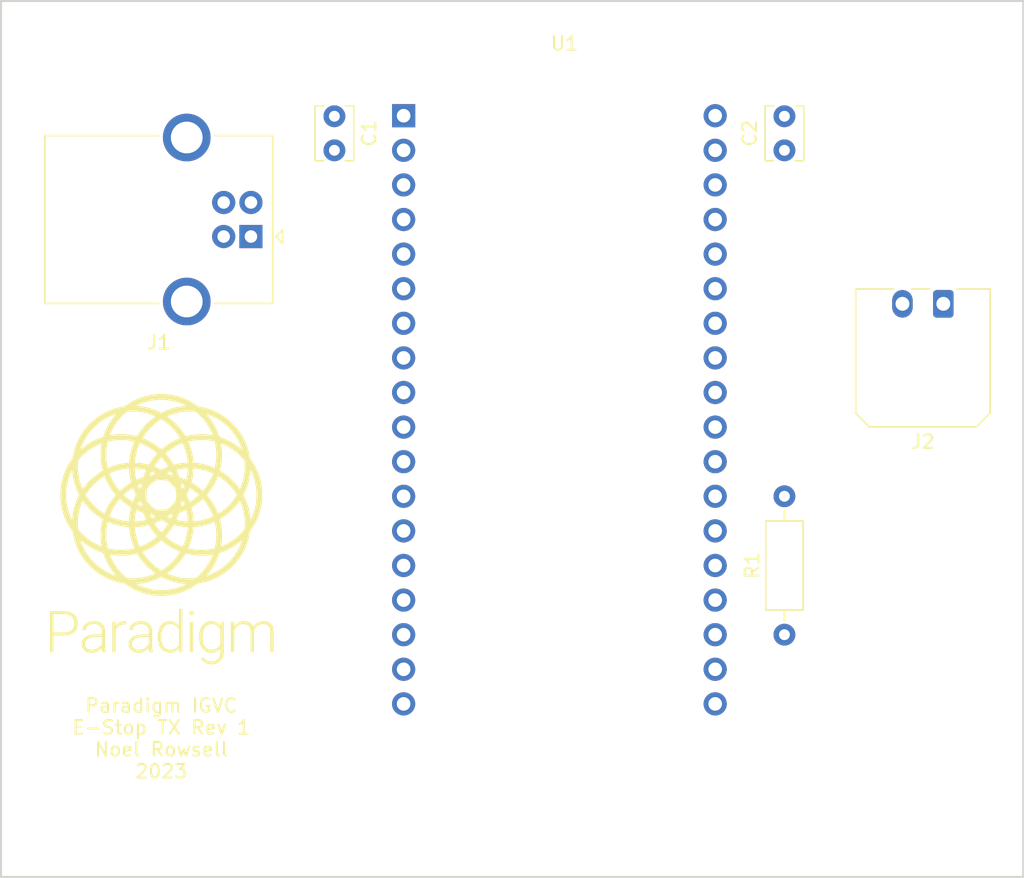
<source format=kicad_pcb>
(kicad_pcb (version 20211014) (generator pcbnew)
  (layers (0 "F.Cu" signal) (31 "B.Cu" signal) (34 "B.Paste" user) (35 "F.Paste" user) (36 "B.SilkS" user "B.Silkscreen") (37 "F.SilkS" user "F.Silkscreen") (38 "B.Mask" user) (39 "F.Mask" user) (44 "Edge.Cuts" user))
  (net 0 "")
  (net 1 "+5V")
  (net 2 "GND")
  (net 5 "Net-(J2-Pad2)")
  (footprint "Connector_USB:USB_B_OST_USB-B1HSxx_Horizontal" (layer "F.Cu") (at 118.3375 67.29 180)
    (fp_text reference "J1" (at 6.76 -7.77) (layer "F.SilkS"))
    (fp_text value "USB_B")
    (pad "1" thru_hole rect (at 0 0 180) (size 1.7 1.7) (drill 0.92) (layers *.Cu *.Mask) (net 1 "+5V"))
    (pad "2" thru_hole circle (at 0 2.5 180) (size 1.7 1.7) (drill 0.92) (layers *.Cu *.Mask))
    (pad "3" thru_hole circle (at 2 2.5 180) (size 1.7 1.7) (drill 0.92) (layers *.Cu *.Mask))
    (pad "4" thru_hole circle (at 2 0 180) (size 1.7 1.7) (drill 0.92) (layers *.Cu *.Mask) (net 2 "GND"))
    (pad "5" thru_hole circle (at 4.71 -4.77 180) (size 3.5 3.5) (drill 2.33) (layers *.Cu *.Mask) (net 2 "GND"))
    (pad "5" thru_hole circle (at 4.71 7.27 180) (size 3.5 3.5) (drill 2.33) (layers *.Cu *.Mask) (net 2 "GND"))
  )
  (footprint "EStopFootprints:Paradigm_NameBelow_25.4mm" (layer "F.Cu") (at 111.76 88.9)
    (fp_text reference "G***" hide)
    (fp_text value "LOGO" hide)
  )
  (footprint "EStopFootprints:Lora_Module" (layer "F.Cu") (at 129.54 58.42)
    (fp_text reference "U1" (at 11.8 -5.3 unlocked) (layer "F.SilkS"))
    (fp_text value "Lora_Module")
    (pad "1" thru_hole rect (at 0 0) (size 1.7 1.7) (drill 1) (layers *.Cu *.Mask) (net 2 "GND"))
    (pad "2" thru_hole circle (at 0 2.54) (size 1.7 1.7) (drill 1) (layers *.Cu *.Mask) (net 1 "+5V"))
    (pad "3" thru_hole circle (at 0 5.08) (size 1.7 1.7) (drill 1) (layers *.Cu *.Mask))
    (pad "4" thru_hole circle (at 0 7.62) (size 1.7 1.7) (drill 1) (layers *.Cu *.Mask) (net 2 "GND"))
    (pad "5" thru_hole circle (at 0 10.16) (size 1.7 1.7) (drill 1) (layers *.Cu *.Mask))
    (pad "6" thru_hole circle (at 0 12.7) (size 1.7 1.7) (drill 1) (layers *.Cu *.Mask))
    (pad "7" thru_hole circle (at 0 15.24) (size 1.7 1.7) (drill 1) (layers *.Cu *.Mask))
    (pad "8" thru_hole circle (at 0 17.78) (size 1.7 1.7) (drill 1) (layers *.Cu *.Mask))
    (pad "9" thru_hole circle (at 0 20.32) (size 1.7 1.7) (drill 1) (layers *.Cu *.Mask))
    (pad "10" thru_hole circle (at 0 22.86) (size 1.7 1.7) (drill 1) (layers *.Cu *.Mask))
    (pad "11" thru_hole circle (at 0 25.4) (size 1.7 1.7) (drill 1) (layers *.Cu *.Mask))
    (pad "12" thru_hole circle (at 0 27.94) (size 1.7 1.7) (drill 1) (layers *.Cu *.Mask))
    (pad "13" thru_hole circle (at 0 30.48) (size 1.7 1.7) (drill 1) (layers *.Cu *.Mask))
    (pad "14" thru_hole circle (at 0 33.02) (size 1.7 1.7) (drill 1) (layers *.Cu *.Mask))
    (pad "15" thru_hole circle (at 0 35.56) (size 1.7 1.7) (drill 1) (layers *.Cu *.Mask))
    (pad "16" thru_hole circle (at 0 38.1) (size 1.7 1.7) (drill 1) (layers *.Cu *.Mask))
    (pad "17" thru_hole circle (at 0 40.64) (size 1.7 1.7) (drill 1) (layers *.Cu *.Mask))
    (pad "18" thru_hole circle (at 0 43.18) (size 1.7 1.7) (drill 1) (layers *.Cu *.Mask))
    (pad "19" thru_hole circle (at 22.86 0) (size 1.7 1.7) (drill 1) (layers *.Cu *.Mask) (net 2 "GND"))
    (pad "20" thru_hole circle (at 22.86 2.54) (size 1.7 1.7) (drill 1) (layers *.Cu *.Mask) (net 1 "+5V"))
    (pad "21" thru_hole circle (at 22.86 5.08) (size 1.7 1.7) (drill 1) (layers *.Cu *.Mask))
    (pad "22" thru_hole circle (at 22.86 7.62) (size 1.7 1.7) (drill 1) (layers *.Cu *.Mask))
    (pad "23" thru_hole circle (at 22.86 10.16) (size 1.7 1.7) (drill 1) (layers *.Cu *.Mask))
    (pad "24" thru_hole circle (at 22.86 12.7) (size 1.7 1.7) (drill 1) (layers *.Cu *.Mask))
    (pad "25" thru_hole circle (at 22.86 15.24) (size 1.7 1.7) (drill 1) (layers *.Cu *.Mask))
    (pad "26" thru_hole circle (at 22.86 17.78) (size 1.7 1.7) (drill 1) (layers *.Cu *.Mask))
    (pad "27" thru_hole circle (at 22.86 20.32) (size 1.7 1.7) (drill 1) (layers *.Cu *.Mask))
    (pad "28" thru_hole circle (at 22.86 22.86) (size 1.7 1.7) (drill 1) (layers *.Cu *.Mask))
    (pad "29" thru_hole circle (at 22.86 25.4) (size 1.7 1.7) (drill 1) (layers *.Cu *.Mask))
    (pad "30" thru_hole circle (at 22.86 27.94) (size 1.7 1.7) (drill 1) (layers *.Cu *.Mask))
    (pad "31" thru_hole circle (at 22.86 30.48) (size 1.7 1.7) (drill 1) (layers *.Cu *.Mask))
    (pad "32" thru_hole circle (at 22.86 33.02) (size 1.7 1.7) (drill 1) (layers *.Cu *.Mask))
    (pad "33" thru_hole circle (at 22.86 35.56) (size 1.7 1.7) (drill 1) (layers *.Cu *.Mask))
    (pad "34" thru_hole circle (at 22.86 38.1) (size 1.7 1.7) (drill 1) (layers *.Cu *.Mask) (net 5 "Net-(J2-Pad2)"))
    (pad "35" thru_hole circle (at 22.86 40.64) (size 1.7 1.7) (drill 1) (layers *.Cu *.Mask))
    (pad "36" thru_hole circle (at 22.86 43.18) (size 1.7 1.7) (drill 1) (layers *.Cu *.Mask))
  )
  (footprint "Capacitor_THT:C_Disc_D3.8mm_W2.6mm_P2.50mm" (layer "F.Cu") (at 124.46 58.46 -90)
    (fp_text reference "C1" (at 1.25 -2.55 90) (layer "F.SilkS"))
    (fp_text value "100n")
    (pad "1" thru_hole circle (at 0 0 270) (size 1.6 1.6) (drill 0.8) (layers *.Cu *.Mask) (net 2 "GND"))
    (pad "2" thru_hole circle (at 2.5 0 270) (size 1.6 1.6) (drill 0.8) (layers *.Cu *.Mask) (net 1 "+5V"))
  )
  (footprint "Connector_Molex:Molex_Micro-Fit_3.0_43650-0200_1x02_P3.00mm_Horizontal" (layer "F.Cu") (at 169.14 72.23 180)
    (fp_text reference "J2" (at 1.5 -10.12) (layer "F.SilkS"))
    (fp_text value "Conn")
    (pad "" np_thru_hole circle (at 1.5 -4.32 180) (size 3 3) (drill 3) (layers *.Cu *.Mask))
    (pad "1" thru_hole roundrect (at 0 0 180) (size 1.5 2.02) (drill 1.02) (layers *.Cu *.Mask) (roundrect_rratio 0.166667) (net 1 "+5V"))
    (pad "2" thru_hole oval (at 3 0 180) (size 1.5 2.02) (drill 1.02) (layers *.Cu *.Mask) (net 5 "Net-(J2-Pad2)"))
  )
  (footprint "Capacitor_THT:C_Disc_D3.8mm_W2.6mm_P2.50mm" (layer "F.Cu") (at 157.48 60.96 90)
    (fp_text reference "C2" (at 1.25 -2.55 90) (layer "F.SilkS"))
    (fp_text value "100n")
    (pad "1" thru_hole circle (at 0 0 90) (size 1.6 1.6) (drill 0.8) (layers *.Cu *.Mask) (net 1 "+5V"))
    (pad "2" thru_hole circle (at 2.5 0 90) (size 1.6 1.6) (drill 0.8) (layers *.Cu *.Mask) (net 2 "GND"))
  )
  (footprint "Resistor_THT:R_Axial_DIN0207_L6.3mm_D2.5mm_P10.16mm_Horizontal" (layer "F.Cu") (at 157.48 96.52 90)
    (fp_text reference "R1" (at 5.08 -2.37 90) (layer "F.SilkS"))
    (fp_text value "4.7k")
    (pad "1" thru_hole circle (at 0 0 90) (size 1.6 1.6) (drill 0.8) (layers *.Cu *.Mask) (net 5 "Net-(J2-Pad2)"))
    (pad "2" thru_hole oval (at 10.16 0 90) (size 1.6 1.6) (drill 0.8) (layers *.Cu *.Mask) (net 2 "GND"))
  )
  (gr_line (start 175 50) (end 175 114.3) (layer "Edge.Cuts") (width 0.15))
  (gr_line (start 100 114.3) (end 175 114.3) (layer "Edge.Cuts") (width 0.15))
  (gr_line (start 100 50) (end 100 114.3) (layer "Edge.Cuts") (width 0.15))
  (gr_line (start 175 50) (end 100 50) (layer "Edge.Cuts") (width 0.15))
  (gr_text "Paradigm IGVC\nE-Stop TX Rev 1\nNoel Rowsell\n2023\n" (at 111.76 104.14) (layer "F.SilkS") (effects (font (size 1 1))))
)
</source>
